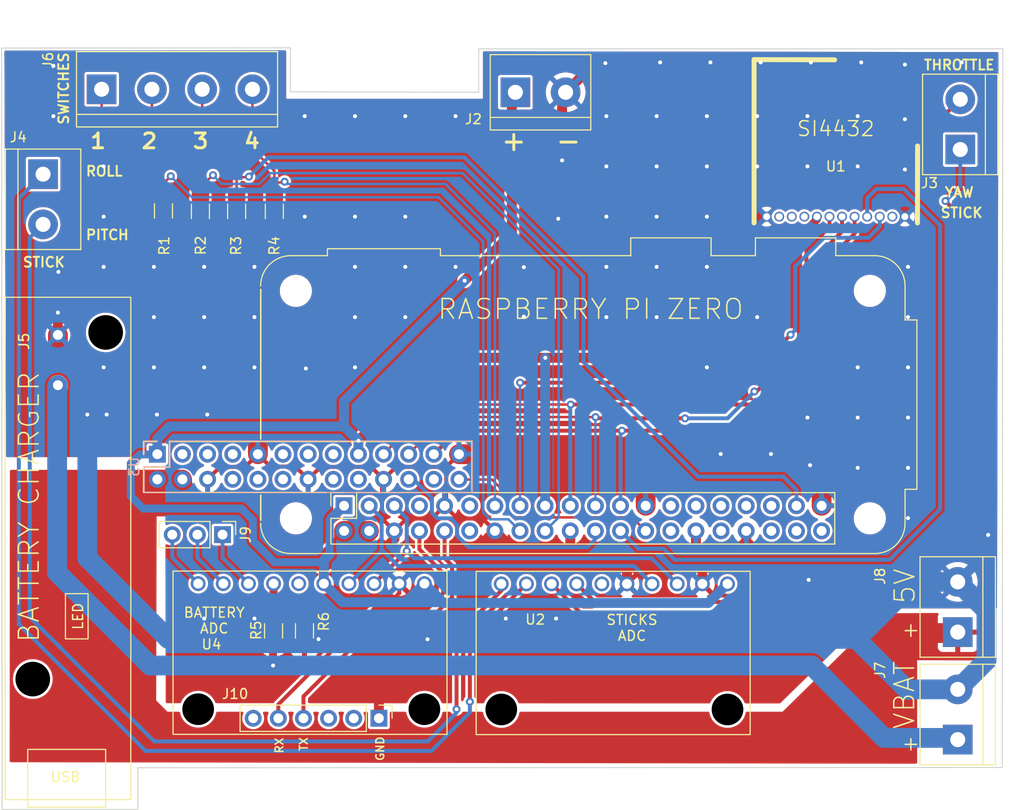
<source format=kicad_pcb>
(kicad_pcb (version 20211014) (generator pcbnew)
  (layers (0 "F.Cu" signal) (31 "B.Cu" signal) (34 "B.Paste" user) (35 "F.Paste" user) (36 "B.SilkS" user "B.Silkscreen") (37 "F.SilkS" user "F.Silkscreen") (38 "B.Mask" user) (39 "F.Mask" user) (44 "Edge.Cuts" user))
  (net 0 "")
  (net 18 "+3V3")
  (net 19 "+5V")
  (net 20 "GND")
  (net 21 "MOSI")
  (net 22 "MISO")
  (net 23 "SCLK")
  (net 24 "SDA")
  (net 25 "SCL")
  (net 26 "SW_1")
  (net 27 "SW_2")
  (net 28 "SW_3")
  (net 29 "SW_4")
  (net 30 "A0")
  (net 31 "A1")
  (net 32 "A2")
  (net 33 "A3")
  (net 35 "TXD")
  (net 36 "RXD")
  (net 37 "~{RF_IRQ}")
  (net 38 "SCREEN_P6")
  (net 39 "~{RF_CS}")
  (net 40 "~{SCREEN_CS}")
  (net 44 "Net-(R5-Pad1)")
  (net 58 "A1_2")
  (net 59 "A2_2")
  (net 60 "A3_2")
  (net 61 "+BATT")
  (footprint "TerminalBlock:TerminalBlock_bornier-2_P5.08mm" (layer "F.Cu") (at 152.3492 93.5228 90)
    (fp_text reference "J7")
    (fp_text value "CONN_VBAT")
  )
  (footprint "Resistor_SMD:R_1206_3216Metric_Pad1.30x1.75mm_HandSolder" (layer "F.Cu") (at 83.2866 40.1066 -90)
    (fp_text reference "R4")
    (fp_text value "10k")
  )
  (footprint "Resistor_SMD:R_1206_3216Metric_Pad1.30x1.75mm_HandSolder" (layer "F.Cu") (at 86.3346 82.5252 -90)
    (fp_text reference "R6")
    (fp_text value "30k")
  )
  (footprint "remote:BATTERY_CHARGER" (layer "F.Cu") (at 62.1792 75.4634)
    (fp_text reference "J5")
    (fp_text value "BATTERY CONN")
  )
  (footprint "TerminalBlock:TerminalBlock_bornier-2_P5.08mm" (layer "F.Cu") (at 59.9186 36.3474 -90)
    (fp_text reference "J4")
    (fp_text value "STICKS_ROLL_PITCH")
  )
  (footprint "TerminalBlock:TerminalBlock_bornier-2_P5.08mm" (layer "F.Cu") (at 107.6452 28.067)
    (fp_text reference "J2")
    (fp_text value "STICKS_SUPPLY")
  )
  (footprint "remote:ADS1115" (layer "F.Cu") (at 117.5258 84.1248 180)
    (fp_text reference "U2")
    (fp_text value "ADS1115")
  )
  (footprint "Module:Raspberry_Pi_Zero_Socketed_THT_FaceDown_MountingHoles" (layer "F.Cu") (at 90.334 69.8782 90)
    (fp_text reference "J1" hide)
    (fp_text value "Raspberry_Pi_2_3")
  )
  (footprint "Resistor_SMD:R_1206_3216Metric_Pad1.30x1.75mm_HandSolder" (layer "F.Cu") (at 83.2104 82.5252 -90)
    (fp_text reference "R5")
    (fp_text value "10k")
  )
  (footprint "Resistor_SMD:R_1206_3216Metric_Pad1.30x1.75mm_HandSolder" (layer "F.Cu") (at 72.0852 40.0558 -90)
    (fp_text reference "R1")
    (fp_text value "10k")
  )
  (footprint "TerminalBlock:TerminalBlock_bornier-4_P5.08mm" (layer "F.Cu") (at 65.8368 27.7622)
    (fp_text reference "J6")
    (fp_text value "SWITCHES")
  )
  (footprint "quadcopter:SI4432-board" (layer "F.Cu") (at 140.0227 40.64)
    (fp_text reference "U1")
    (fp_text value "SI4432-board")
  )
  (footprint "Resistor_SMD:R_1206_3216Metric_Pad1.30x1.75mm_HandSolder" (layer "F.Cu") (at 79.4766 40.1066 -90)
    (fp_text reference "R3")
    (fp_text value "10k")
  )
  (footprint "TerminalBlock:TerminalBlock_bornier-2_P5.08mm" (layer "F.Cu") (at 152.3492 82.6516 90)
    (fp_text reference "J8")
    (fp_text value "CONN_5V")
  )
  (footprint "Resistor_SMD:R_1206_3216Metric_Pad1.30x1.75mm_HandSolder" (layer "F.Cu") (at 75.819 40.1066 -90)
    (fp_text reference "R2")
    (fp_text value "10k")
  )
  (footprint "TerminalBlock:TerminalBlock_bornier-2_P5.08mm" (layer "F.Cu") (at 152.6032 33.8582 90)
    (fp_text reference "J3")
    (fp_text value "STICKS_THROTTLE_YAW")
  )
  (footprint "remote:ADS1115" (layer "F.Cu") (at 86.8934 84.0994 180)
    (fp_text reference "U4")
    (fp_text value "ADS1115")
  )
  (footprint "Connector_PinHeader_2.54mm:PinHeader_1x03_P2.54mm_Vertical" (layer "F.Cu") (at 78.0542 72.7964 -90)
    (fp_text reference "J9")
    (fp_text value "CONN_ADC2")
  )
  (footprint "Connector_PinHeader_2.54mm:PinHeader_1x06_P2.54mm_Vertical" (layer "F.Cu") (at 93.853 91.3638 -90)
    (fp_text reference "J10")
    (fp_text value "SERIAL_CONSOLE")
  )
  (footprint "Connector_PinHeader_2.54mm:PinHeader_2x13_P2.54mm_Vertical" (layer "B.Cu") (at 71.4652 64.6634 -90)
    (fp_text reference "U3")
    (fp_text value "SCREEN")
  )
  (gr_line (start 70.0786 65.9638) (end 70.0786 68.5292) (layer "F.SilkS") (width 0.15))
  (gr_line (start 103.251 63.373) (end 72.6948 63.373) (layer "F.SilkS") (width 0.15))
  (gr_line (start 70.0786 63.373) (end 71.3994 63.373) (layer "F.SilkS") (width 0.15))
  (gr_line (start 81.915 48.006) (end 81.915 63.119) (layer "F.SilkS") (width 0.15))
  (gr_line (start 81.915 71.3486) (end 81.915 68.8086) (layer "F.SilkS") (width 0.15))
  (gr_line (start 72.6948 63.373) (end 72.6948 65.9638) (layer "F.SilkS") (width 0.15))
  (gr_line (start 103.251 68.2752) (end 103.251 63.373) (layer "F.SilkS") (width 0.15))
  (gr_line (start 70.0786 64.6938) (end 70.0786 63.373) (layer "F.SilkS") (width 0.15))
  (gr_line (start 72.6948 65.9638) (end 70.0786 65.9638) (layer "F.SilkS") (width 0.15))
  (gr_line (start 70.1294 68.5292) (end 88.4936 68.5292) (layer "F.SilkS") (width 0.15))
  (gr_line (start 69.4944 96.3676) (end 156.845 96.3422) (layer "Edge.Cuts") (width 0.1))
  (gr_line (start 156.8958 23.6728) (end 103.9368 23.6728) (layer "Edge.Cuts") (width 0.1))
  (gr_line (start 55.7276 23.5966) (end 84.9122 23.5712) (layer "Edge.Cuts") (width 0.1))
  (gr_line (start 69.4944 100.584) (end 55.7784 100.584) (layer "Edge.Cuts") (width 0.1))
  (gr_line (start 55.7784 100.584) (end 55.7276 23.5966) (layer "Edge.Cuts") (width 0.1))
  (gr_line (start 103.9368 28.067) (end 103.9368 23.6728) (layer "Edge.Cuts") (width 0.1))
  (gr_line (start 69.4944 96.3676) (end 69.4944 100.584) (layer "Edge.Cuts") (width 0.1))
  (gr_line (start 84.9122 28.0162) (end 103.9368 28.067) (layer "Edge.Cuts") (width 0.1))
  (gr_line (start 156.8958 23.6728) (end 156.845 96.3422) (layer "Edge.Cuts") (width 0.1))
  (gr_line (start 84.9122 23.5712) (end 84.9122 28.0162) (layer "Edge.Cuts") (width 0.1))
  (gr_text "BATTERY\nADC" (at 77.216 81.4832) (layer "F.SilkS") (effects (font (size 1 1))))
  (gr_text "STICK" (at 152.75 40.25) (layer "F.SilkS") (effects (font (size 1 1) (thickness 0.2))))
  (gr_text "THROTTLE\n\n\n\n\n\n\n\nYAW" (at 152.5 31.75) (layer "F.SilkS") (effects (font (size 1 1) (thickness 0.2))))
  (gr_text "+" (at 147.5 94 90) (layer "F.SilkS") (effects (font (size 1.5 1.5))))
  (gr_text "+  -" (at 110.25 33.25 180) (layer "F.SilkS") (effects (font (size 2 2) (thickness 0.3)) (justify mirror)))
  (gr_text "RX" (at 83.7946 93.2434 90) (layer "F.SilkS") (effects (font (size 0.8 0.8)) (justify right)))
  (gr_text "TX" (at 86.2584 93.98 90) (layer "F.SilkS") (effects (font (size 0.8 0.8))))
  (gr_text "BATTERY CHARGER" (at 58.5 70 90) (layer "F.SilkS") (effects (font (size 2 2))))
  (gr_text "SWITCHES" (at 62.0014 27.686 90) (layer "F.SilkS") (effects (font (size 1 1) (thickness 0.2))))
  (gr_text "5V" (at 147 78 90) (layer "F.SilkS") (effects (font (size 2 2))))
  (gr_text "STICK" (at 60 45.25) (layer "F.SilkS") (effects (font (size 1 1) (thickness 0.2))))
  (gr_text "VBAT" (at 146.9644 89 90) (layer "F.SilkS") (effects (font (size 2 2))))
  (gr_text "RASPBERRY PI ZERO" (at 115.25 50) (layer "F.SilkS") (effects (font (size 2 2))))
  (gr_text "STICKS\nADC" (at 119.4308 82.2198) (layer "F.SilkS") (effects (font (size 1 1))))
  (gr_text "GND" (at 93.98 94.4372 90) (layer "F.SilkS") (effects (font (size 0.8 0.8))))
  (gr_text "+" (at 147.5 82.5 90) (layer "F.SilkS") (effects (font (size 1.5 1.5))))
  (gr_text "ROLL\n\n\n\nPITCH" (at 64.135 39.2684) (layer "F.SilkS") (effects (font (size 1 1) (thickness 0.2)) (justify left)))
  (gr_text "1   2   3   4" (at 73.25 33) (layer "F.SilkS") (effects (font (size 1.5 1.6) (thickness 0.3))))
  (segment (start 107.2896 42.3418) (end 102.5144 47.117) (width 1) (layer "F.Cu") (net 18))
  (segment (start 110.6678 54.9148) (end 124.127844 54.9148) (width 1) (layer "F.Cu") (net 18))
  (segment (start 138.1177 40.924944) (end 124.127844 54.9148) (width 0.8) (layer "F.Cu") (net 18))
  (segment (start 100.1776 54.9148) (end 91.7852 63.3072) (width 1) (layer "F.Cu") (net 18))
  (segment (start 138.1177 40.64) (end 138.1177 40.924944) (width 0.8) (layer "F.Cu") (net 18))
  (segment (start 110.6678 54.9148) (end 100.1776 54.9148) (width 1) (layer "F.Cu") (net 18))
  (segment (start 107.2896 28.0924) (end 107.2896 42.3418) (width 1) (layer "F.Cu") (net 18))
  (via (at 91.7852 63.3072) (size 0.8) (drill 0.4) (layers "F.Cu" "B.Cu") (net 18))
  (via (at 110.6678 54.9148) (size 0.8) (drill 0.4) (layers "F.Cu" "B.Cu") (net 18))
  (via (at 102.5144 47.117) (size 0.8) (drill 0.4) (layers "F.Cu" "B.Cu") (net 18))
  (segment (start 91.7852 63.3072) (end 90.327 61.849) (width 1) (layer "B.Cu") (net 18))
  (segment (start 96.5708 79.629) (end 100.33 79.629) (width 1) (layer "B.Cu") (net 18))
  (segment (start 83.312 75.5904) (end 88.0872 75.5904) (width 0.8) (layer "B.Cu") (net 18))
  (segment (start 96.5708 79.629) (end 98.4504 77.7494) (width 1) (layer "B.Cu") (net 18))
  (segment (start 99.7204 79.0194) (end 98.0186 79.0194) (width 1) (layer "B.Cu") (net 18))
  (segment (start 88.0872 75.5904) (end 88.8746 74.803) (width 0.8) (layer "B.Cu") (net 18))
  (segment (start 79.9592 70.1548) (end 81.1276 71.3232) (width 0.8) (layer "B.Cu") (net 18))
  (segment (start 88.884489 71.313311) (end 89.1032 71.0946) (width 0.8) (layer "B.Cu") (net 18))
  (segment (start 81.1276 71.3232) (end 81.1276 73.406) (width 0.8) (layer "B.Cu") (net 18))
  (segment (start 100.33 79.629) (end 100.4062 79.7052) (width 1) (layer "B.Cu") (net 18))
  (segment (start 71.4652 63.0786) (end 72.6948 61.849) (width 1) (layer "B.Cu") (net 18))
  (segment (start 72.6948 61.849) (end 90.327 61.849) (width 1) (layer "B.Cu") (net 18))
  (segment (start 88.8746 74.803) (end 88.8746 73.152) (width 0.8) (layer "B.Cu") (net 18))
  (segment (start 88.2904 75.7936) (end 88.0872 75.5904) (width 0.8) (layer "B.Cu") (net 18))
  (segment (start 90.3196 69.8782) (end 89.1032 71.0946) (width 1) (layer "B.Cu") (net 18))
  (segment (start 99.7204 79.0194) (end 98.4504 77.7494) (width 1) (layer "B.Cu") (net 18))
  (segment (start 102.1842 79.7052) (end 100.4062 79.7052) (width 1) (layer "B.Cu") (net 18))
  (segment (start 90.334 69.8782) (end 90.3196 69.8782) (width 0.25) (layer "B.Cu") (net 18))
  (segment (start 102.5144 47.117) (end 90.327 59.3044) (width 1) (layer "B.Cu") (net 18))
  (segment (start 91.7852 64.6634) (end 91.7852 63.3072) (width 1) (layer "B.Cu") (net 18))
  (segment (start 88.8746 73.152) (end 88.884489 73.142111) (width 0.8) (layer "B.Cu") (net 18))
  (segment (start 71.4144 64.6888) (end 69.7026 64.6888) (width 0.8) (layer "B.Cu") (net 18))
  (segment (start 88.2904 77.7494) (end 88.2904 75.3872) (width 1) (layer "B.Cu") (net 18))
  (segment (start 88.2904 75.3872) (end 88.8746 74.803) (width 1) (layer "B.Cu") (net 18))
  (segment (start 70.0278 70.1548) (end 79.9592 70.1548) (width 0.8) (layer "B.Cu") (net 18))
  (segment (start 71.4652 64.6634) (end 71.4652 63.0786) (width 1) (layer "B.Cu") (net 18))
  (segment (start 110.654 69.8782) (end 110.654 54.9286) (width 1) (layer "B.Cu") (net 18))
  (segment (start 88.884489 73.142111) (end 88.884489 71.313311) (width 0.8) (layer "B.Cu") (net 18))
  (segment (start 69.7026 64.6888) (end 68.7832 65.6082) (width 0.8) (layer "B.Cu") (net 18))
  (segment (start 100.4062 79.7052) (end 99.7204 79.0194) (width 1) (layer "B.Cu") (net 18))
  (segment (start 127.1524 79.7052) (end 102.1842 79.7052) (width 1) (layer "B.Cu") (net 18))
  (segment (start 71.4144 64.6888) (end 71.4144 64.658) (width 0.25) (layer "B.Cu") (net 18))
  (segment (start 88.2904 77.7494) (end 90.17 79.629) (width 1) (layer "B.Cu") (net 18))
  (segment (start 68.7832 68.9102) (end 70.0278 70.1548) (width 0.8) (layer "B.Cu") (net 18))
  (segment (start 81.1276 73.406) (end 83.312 75.5904) (width 0.8) (layer "B.Cu") (net 18))
  (segment (start 68.7832 65.6082) (end 68.7832 68.9102) (width 0.8) (layer "B.Cu") (net 18))
  (segment (start 88.2904 77.7494) (end 88.2904 75.7936) (width 0.8) (layer "B.Cu") (net 18))
  (segment (start 90.17 79.629) (end 96.5708 79.629) (width 1) (layer "B.Cu") (net 18))
  (segment (start 98.0186 79.0194) (end 97.9932 78.994) (width 1) (layer "B.Cu") (net 18))
  (segment (start 90.327 59.3044) (end 90.327 61.849) (width 1) (layer "B.Cu") (net 18))
  (segment (start 110.654 54.9286) (end 110.6678 54.9148) (width 1) (layer "B.Cu") (net 18))
  (segment (start 129.0828 77.7748) (end 127.1524 79.7052) (width 1) (layer "B.Cu") (net 18))
  (segment (start 81.0768 73.2282) (end 83.2866 75.438) (width 2) (layer "F.Cu") (net 19))
  (segment (start 73.9902 67.623047) (end 73.9902 68.453) (width 2) (layer "F.Cu") (net 19))
  (segment (start 90.334 73.5214) (end 90.334 72.4182) (width 2) (layer "F.Cu") (net 19))
  (segment (start 152.2508 82.75) (end 152.3492 82.6516) (width 2) (layer "F.Cu") (net 19))
  (segment (start 70.9626 67.2288) (end 71.4144 67.2288) (width 0.25) (layer "F.Cu") (net 19))
  (segment (start 83.2866 75.438) (end 88.4174 75.438) (width 2) (layer "F.Cu") (net 19))
  (segment (start 73.9544 67.2288) (end 73.9544 67.587247) (width 2) (layer "F.Cu") (net 19))
  (segment (start 91.7708 73.5214) (end 92.83328 72.45892) (width 2) (layer "F.Cu") (net 19))
  (segment (start 79.756 69.9516) (end 81.0768 71.2724) (width 2) (layer "F.Cu") (net 19))
  (segment (start 88.4174 75.438) (end 90.334 73.5214) (width 2) (layer "F.Cu") (net 19))
  (segment (start 75.4888 69.9516) (end 76.7842 69.9516) (width 2) (layer "F.Cu") (net 19))
  (segment (start 73.9902 68.453) (end 75.4888 69.9516) (width 2) (layer "F.Cu") (net 19))
  (segment (start 92.83328 72.45892) (end 92.83328 72.4182) (width 2) (layer "F.Cu") (net 19))
  (segment (start 144.6054 82.75) (end 152.2508 82.75) (width 2) (layer "F.Cu") (net 19))
  (segment (start 69.85 69.9516) (end 69.7738 69.8754) (width 2) (layer "F.Cu") (net 19))
  (segment (start 73.9544 67.587247) (end 73.9902 67.623047) (width 2) (layer "F.Cu") (net 19))
  (segment (start 70.1598 67.2288) (end 71.4144 67.2288) (width 2) (layer "F.Cu") (net 19))
  (segment (start 67.8688 71.7804) (end 67.8688 88.392) (width 2) (layer "F.Cu") (net 19))
  (segment (start 67.8688 71.7804) (end 67.8688 69.5198) (width 2) (layer "F.Cu") (net 19))
  (segment (start 132.7658 94.5896) (end 144.6054 82.75) (width 2) (layer "F.Cu") (net 19))
  (segment (start 90.334 73.5214) (end 91.7708 73.5214) (width 2) (layer "F.Cu") (net 19))
  (segment (start 67.8688 69.5198) (end 70.1598 67.2288) (width 2) (layer "F.Cu") (net 19))
  (segment (start 71.1962 68.453) (end 69.7738 69.8754) (width 2) (layer "F.Cu") (net 19))
  (segment (start 76.7842 69.9516) (end 69.85 69.9516) (width 2) (layer "F.Cu") (net 19))
  (segment (start 90.334 72.4182) (end 92.83328 72.4182) (width 2) (layer "F.Cu") (net 19))
  (segment (start 67.8688 88.392) (end 74.0664 94.5896) (width 2) (layer "F.Cu") (net 19))
  (segment (start 73.9902 68.453) (end 71.1962 68.453) (width 2) (layer "F.Cu") (net 19))
  (segment (start 71.4144 67.2288) (end 73.9544 67.2288) (width 2) (layer "F.Cu") (net 19))
  (segment (start 69.7738 69.8754) (end 67.8688 71.7804) (width 2) (layer "F.Cu") (net 19))
  (segment (start 74.0664 94.5896) (end 132.7658 94.5896) (width 2) (layer "F.Cu") (net 19))
  (segment (start 76.7842 69.9516) (end 79.756 69.9516) (width 2) (layer "F.Cu") (net 19))
  (segment (start 92.874 72.4182) (end 90.334 72.4182) (width 0.25) (layer "F.Cu") (net 19))
  (segment (start 81.0768 71.2724) (end 81.0768 73.2282) (width 2) (layer "F.Cu") (net 19))
  (segment (start 86.4743 55.9943) (end 80.6069 61.8617) (width 1) (layer "F.Cu") (net 20))
  (segment (start 95.414 72.4182) (end 96.663511 71.168689) (width 0.4) (layer "F.Cu") (net 20))
  (segment (start 132.4356 25.0444) (end 127.3556 25.0444) (width 1) (layer "F.Cu") (net 20))
  (segment (start 118.9228 76.4794) (end 118.9228 77.7748) (width 1) (layer "F.Cu") (net 20))
  (segment (start 112.395 74.8284) (end 113.2078 74.0156) (width 1) (layer "F.Cu") (net 20))
  (segment (start 93.853 89.154) (end 93.853 90.551) (width 1) (layer "F.Cu") (net 20))
  (segment (start 94.164489 67.364111) (end 94.3252 67.2034) (width 0.4) (layer "F.Cu") (net 20))
  (segment (start 106.595 74.8196) (end 104.8838 73.1084) (width 1) (layer "F.Cu") (net 20))
  (segment (start 94.164489 71.168689) (end 94.164489 67.364111) (width 0.4) (layer "F.Cu") (net 20))
  (segment (start 100.654711 69.717489) (end 100.654711 65.953889) (width 0.4) (layer "F.Cu") (net 20))
  (segment (start 126.1618 75.0062) (end 126.7206 75.0062) (width 1) (layer "F.Cu") (net 20))
  (segment (start 61.468 46.228) (end 61.4172 46.2788) (width 1) (layer "F.Cu") (net 20))
  (segment (start 138.594 66.9682) (end 138.594 69.8782) (width 2) (layer "F.Cu") (net 20))
  (segment (start 66.0902 41.6058) (end 61.468 46.228) (width 1) (layer "F.Cu") (net 20))
  (segment (start 114.0968 74.9046) (end 114.0206 74.8284) (width 1) (layer "F.Cu") (net 20))
  (segment (start 61.4172 53.721) (end 64.389 56.6928) (width 2) (layer "F.Cu") (net 20))
  (segment (start 137.5156 25.0444) (end 132.4356 25.0444) (width 1) (layer "F.Cu") (net 20))
  (segment (start 77.794711 65.953889) (end 80.334711 65.953889) (width 0.4) (layer "F.Cu") (net 20))
  (segment (start 117.348 74.9046) (end 118.9228 76.4794) (width 1) (layer "F.Cu") (net 20))
  (segment (start 103.1748 78.9686) (end 103.1748 76.0476) (width 1) (layer "F.Cu") (net 20))
  (segment (start 95.9104 78.7146) (end 95.9104 77.7494) (width 0.4) (layer "F.Cu") (net 20))
  (segment (start 85.414711 65.912911) (end 86.7052 67.2034) (width 0.4) (layer "F.Cu") (net 20))
  (segment (start 113.2078 74.0156) (end 114.0968 74.9046) (width 1) (layer "F.Cu") (net 20))
  (segment (start 111.9759 40.8559) (end 100.5332 52.2986) (width 1) (layer "F.Cu") (net 20))
  (segment (start 92.1258 76.5302) (end 92.1004 76.5556) (width 0.4) (layer "F.Cu") (net 20))
  (segment (start 136.2964 64.643) (end 137.4267 65.7733) (width 2) (layer "F.Cu") (net 20))
  (segment (start 105.198 74.8196) (end 103.177 74.8196) (width 1) (layer "F.Cu") (net 20))
  (segment (start 120.3452 75.0062) (end 126.1618 75.0062) (width 1) (layer "F.Cu") (net 20))
  (segment (start 87.954711 65.953889) (end 93.075689 65.953889) (width 0.4) (layer "F.Cu") (net 20))
  (segment (start 133.0377 40.64) (end 127 40.64) (width 1) (layer "F.Cu") (net 20))
  (segment (start 114.0968 74.9046) (end 117.348 74.9046) (width 1) (layer "F.Cu") (net 20))
  (segment (start 116.8146 25.0444) (end 116.7384 25.1206) (width 1) (layer "F.Cu") (net 20))
  (segment (start 126.5428 77.7748) (end 126.5428 75.184) (width 1) (layer "F.Cu") (net 20))
  (segment (start 147.193 64.3382) (end 141.224 64.3382) (width 1) (layer "F.Cu") (net 20))
  (segment (start 72.0852 41.6058) (end 75.7682 41.6058) (width 0.25) (layer "F.Cu") (net 20))
  (segment (start 116.84 40.64) (end 112.5474 40.64) (width 1) (layer "F.Cu") (net 20))
  (segment (start 66.3448 60.6552) (end 64.389 60.6552) (width 2) (layer "F.Cu") (net 20))
  (segment (start 133.4008 76.708) (end 134.0612 77.3684) (width 2) (layer "F.Cu") (net 20))
  (segment (start 112.3696 34.9504) (end 112.3696 40.4622) (width 1) (layer "F.Cu") (net 20))
  (segment (start 87.0446 84.0752) (end 87.757 83.3628) (width 0.8) (layer "F.Cu") (net 20))
  (segment (start 86.7052 67.2034) (end 87.954711 65.953889) (width 0.4) (layer "F.Cu") (net 20))
  (segment (start 103.177 74.8196) (end 103.1748 74.8174) (width 1) (layer "F.Cu") (net 20))
  (segment (start 130.1242 75.0062) (end 130.974 74.1564) (width 1) (layer "F.Cu") (net 20))
  (segment (start 92.1004 76.5556) (end 92.1004 79.1972) (width 0.4) (layer "F.Cu") (net 20))
  (segment (start 93.8784 89.1286) (end 93.853 89.154) (width 1) (layer "F.Cu") (net 20))
  (segment (start 137.4267 65.7733) (end 138.6078 66.9544) (width 2) (layer "F.Cu") (net 20))
  (segment (start 147.0077 35.8723) (end 147.0077 30.7923) (width 1) (layer "F.Cu") (net 20))
  (segment (start 100.494 69.8782) (end 100.654711 69.717489) (width 0.4) (layer "F.Cu") (net 20))
  (segment (start 118.9228 77.7748) (end 118.9228 76.4286) (width 1) (layer "F.Cu") (net 20))
  (segment (start 147.0077 30.7923) (end 147.0077 25.2655) (width 1) (layer "F.Cu") (net 20))
  (segment (start 92.2528 79.3496) (end 95.2754 79.3496) (width 0.4) (layer "F.Cu") (net 20))
  (segment (start 112.5474 40.64) (end 112.3696 40.4622) (width 1) (layer "F.Cu") (net 20))
  (segment (start 103.1748 76.0476) (end 103.1748 74.8174) (width 1) (layer "F.Cu") (net 20))
  (segment (start 143.2814 77.3684) (end 148.3868 72.263) (width 1) (layer "F.Cu") (net 20))
  (segment (start 130.974 74.1564) (end 130.974 74.2812) (width 2) (layer "F.Cu") (net 20))
  (segment (start 87.757 83.3628) (end 91.7702 79.3496) (width 0.4) (layer "F.Cu") (net 20))
  (segment (start 100.5332 52.2986) (end 90.17 52.2986) (width 1) (layer "F.Cu") (net 20))
  (segment (start 113.2078 74.0156) (end 113.194 74.0018) (width 1) (layer "F.Cu") (net 20))
  (segment (start 104.6734 74.295) (end 105.198 74.8196) (width 1) (layer "F.Cu") (net 20))
  (segment (start 114.0206 74.8284) (end 112.395 74.8284) (width 1) (layer "F.Cu") (net 20))
  (segment (start 93.8784 89.1286) (end 93.8784 88.265) (width 1) (layer "F.Cu") (net 20))
  (segment (start 125.894 74.7384) (end 126.1618 75.0062) (width 1) (layer "F.Cu") (net 20))
  (segment (start 75.819 41.6566) (end 79.4766 41.6566) (width 0.25) (layer "F.Cu") (net 20))
  (segment (start 130.974 74.2812) (end 133.4008 76.708) (width 2) (layer "F.Cu") (net 20))
  (segment (start 101.9452 64.6634) (end 118.4352 64.6634) (width 2) (layer "F.Cu") (net 20))
  (segment (start 148.3868 65.532) (end 147.193 64.3382) (width 1) (layer "F.Cu") (net 20))
  (segment (start 155.4226 26.9748) (end 153.4922 25.0444) (width 1) (layer "F.Cu") (net 20))
  (segment (start 64.389 60.6552) (end 64.389 56.6928) (width 2) (layer "F.Cu") (net 20))
  (segment (start 95.414 72.4182) (end 95.414 73.2144) (width 1) (layer "F.Cu") (net 20))
  (segment (start 93.075689 65.953889) (end 94.3252 67.2034) (width 0.4) (layer "F.Cu") (net 20))
  (segment (start 76.5048 60.6552) (end 71.4248 60.6552) (width 2) (layer "F.Cu") (net 20))
  (segment (start 100.654711 65.953889) (end 95.574711 65.953889) (width 0.4) (layer "F.Cu") (net 20))
  (segment (start 125.894 72.4182) (end 125.894 74.7384) (width 1) (layer "F.Cu") (net 20))
  (segment (start 126.5428 75.184) (end 126.7206 75.0062) (width 1) (layer "F.Cu") (net 20))
  (segment (start 147.0077 25.2655) (end 146.7866 25.0444) (width 1) (layer "F.Cu") (net 20))
  (segment (start 95.574711 65.953889) (end 94.3252 67.2034) (width 0.4) (layer "F.Cu") (net 20))
  (segment (start 138.6078 66.9544) (end 138.594 66.9682) (width 2) (layer "F.Cu") (net 20))
  (segment (start 130.974 74.1564) (end 130.974 72.4182) (width 1) (layer "F.Cu") (net 20))
  (segment (start 82.874711 65.912911) (end 85.414711 65.912911) (width 0.4) (layer "F.Cu") (net 20))
  (segment (start 141.224 64.3382) (end 138.6078 66.9544) (width 1) (layer "F.Cu") (net 20))
  (segment (start 91.7702 79.3496) (end 92.2528 79.3496) (width 0.4) (layer "F.Cu") (net 20))
  (segment (start 95.414 72.4182) (end 95.414 73.242) (width 1) (layer "F.Cu") (net 20))
  (segment (start 107.9754 74.8196) (end 106.595 74.8196) (width 1) (layer "F.Cu") (net 20))
  (segment (start 142.5956 25.0444) (end 137.5156 25.0444) (width 1) (layer "F.Cu") (net 20))
  (segment (start 61.4172 50.3428) (end 61.4172 52.6034) (width 1) (layer "F.Cu") (net 20))
  (segment (start 120.814 67.0422) (end 120.814 66.7142) (width 2) (layer "F.Cu") (net 20))
  (segment (start 127 40.64) (end 121.92 40.64) (width 1) (layer "F.Cu") (net 20))
  (segment (start 121.92 40.64) (end 116.84 40.64) (width 1) (layer "F.Cu") (net 20))
  (segment (start 137.287 77.3684) (end 143.2814 77.3684) (width 1) (layer "F.Cu") (net 20))
  (segment (start 122.8852 64.643) (end 128.397 64.643) (width 2) (layer "F.Cu") (net 20))
  (segment (start 103.1748 76.0476) (end 104.4028 74.8196) (width 1) (layer "F.Cu") (net 20))
  (segment (start 95.414 73.242) (end 92.1258 76.5302) (width 1) (layer "F.Cu") (net 20))
  (segment (start 61.4172 46.2788) (end 61.4172 50.3428) (width 1) (layer "F.Cu") (net 20))
  (segment (start 127.3556 25.0444) (end 122.2756 25.0444) (width 1) (layer "F.Cu") (net 20))
  (segment (start 90.17 52.2986) (end 86.4743 55.9943) (width 1) (layer "F.Cu") (net 20))
  (segment (start 152.7556 25.0444) (end 146.7866 25.0444) (width 1) (layer "F.Cu") (net 20))
  (segment (start 148.3868 72.263) (end 148.3868 65.532) (width 1) (layer "F.Cu") (net 20))
  (segment (start 79.4766 41.6566) (end 83.2866 41.6566) (width 0.25) (layer "F.Cu") (net 20))
  (segment (start 95.2754 79.3496) (end 95.9104 78.7146) (width 0.4) (layer "F.Cu") (net 20))
  (segment (start 147.0077 40.64) (end 147.0077 35.8723) (width 1) (layer "F.Cu") (net 20))
  (segment (start 101.784489 71.168689) (end 100.494 69.8782) (width 0.4) (layer "F.Cu") (net 20))
  (segment (start 134.0612 77.3684) (end 137.287 77.3684) (width 2) (layer "F.Cu") (net 20))
  (segment (start 99.203511 71.168689) (end 100.494 69.8782) (width 0.4) (layer "F.Cu") (net 20))
  (segment (start 71.4248 60.6552) (end 66.3448 60.6552) (width 2) (layer "F.Cu") (net 20))
  (segment (start 113.194 74.0018) (end 113.194 72.4182) (width 1) (layer "F.Cu") (net 20))
  (segment (start 107.9754 74.8196) (end 107.9754 74.8284) (width 1) (layer "F.Cu") (net 20))
  (segment (start 100.654711 65.953889) (end 101.9452 64.6634) (width 0.4) (layer "F.Cu") (net 20))
  (segment (start 92.1004 79.1972) (end 92.2528 79.3496) (width 0.4) (layer "F.Cu") (net 20))
  (segment (start 116.7384 25.1206) (end 115.6716 25.1206) (width 1) (layer "F.Cu") (net 20))
  (segment (start 120.814 67.0422) (end 120.814 69.8782) (width 2) (layer "F.Cu") (net 20))
  (segment (start 146.7866 25.0444) (end 142.5956 25.0444) (width 1) (layer "F.Cu") (net 20))
  (segment (start 81.6252 64.6634) (end 82.874711 65.912911) (width 0.4) (layer "F.Cu") (net 20))
  (segment (start 96.663511 71.168689) (end 99.203511 71.168689) (width 0.4) (layer "F.Cu") (net 20))
  (segment (start 79.4004 60.6552) (end 76.5048 60.6552) (width 2) (layer "F.Cu") (net 20))
  (segment (start 81.6252 62.88) (end 80.6069 61.8617) (width 2) (layer "F.Cu") (net 20))
  (segment (start 118.4352 64.6634) (end 120.814 67.0422) (width 2) (layer "F.Cu") (net 20))
  (segment (start 118.9228 76.4286) (end 120.3452 75.0062) (width 1) (layer "F.Cu") (net 20))
  (segment (start 112.3696 40.4622) (end 111.9759 40.8559) (width 1) (layer "F.Cu") (net 20))
  (segment (start 104.324489 71.168689) (end 101.784489 71.168689) (width 0.4) (layer "F.Cu") (net 20))
  (segment (start 126.7206 75.0062) (end 130.1242 75.0062) (width 1) (layer "F.Cu") (net 20))
  (segment (start 75.7682 41.6058) (end 75.819 41.6566) (width 0.25) (layer "F.Cu") (net 20))
  (segment (start 80.334711 65.953889) (end 81.6252 64.6634) (width 0.4) (layer "F.Cu") (net 20))
  (segment (start 76.5452 67.2034) (end 77.794711 65.953889) (width 0.4) (layer "F.Cu") (net 20))
  (segment (start 105.574 72.4182) (end 107.9754 74.8196) (width 1) (layer "F.Cu") (net 20))
  (segment (start 80.6069 61.8617) (end 79.4004 60.6552) (width 2) (layer "F.Cu") (net 20))
  (segment (start 128.397 64.643) (end 133.477 64.643) (width 2) (layer "F.Cu") (net 20))
  (segment (start 103.1748 74.8174) (end 104.8838 73.1084) (width 1) (layer "F.Cu") (net 20))
  (segment (start 61.4172 52.6034) (end 61.4172 53.721) (width 2) (layer "F.Cu") (net 20))
  (segment (start 105.574 72.4182) (end 104.324489 71.168689) (width 0.4) (layer "F.Cu") (net 20))
  (segment (start 72.0852 41.6058) (end 66.0902 41.6058) (width 1) (layer "F.Cu") (net 20))
  (segment (start 155.4226 72.8274) (end 155.4226 26.9748) (width 1) (layer "F.Cu") (net 20))
  (segment (start 104.4028 74.8196) (end 105.198 74.8196) (width 1) (layer "F.Cu") (net 20))
  (segment (start 106.595 74.8196) (end 105.198 74.8196) (width 1) (layer "F.Cu") (net 20))
  (segment (start 120.814 66.7142) (end 122.8852 64.643) (width 2) (layer "F.Cu") (net 20))
  (segment (start 122.2756 25.0444) (end 116.8146 25.0444) (width 1) (layer "F.Cu") (net 20))
  (segment (start 107.9754 74.8284) (end 112.395 74.8284) (width 1) (layer "F.Cu") (net 20))
  (segment (start 153.4922 25.0444) (end 152.7556 25.0444) (width 1) (layer "F.Cu") (net 20))
  (segment (start 112.3696 28.0924) (end 112.3696 34.9504) (width 1) (layer "F.Cu") (net 20))
  (segment (start 81.6252 64.6634) (end 81.6252 62.88) (width 2) (layer "F.Cu") (net 20))
  (segment (start 115.6716 25.1206) (end 112.7252 28.067) (width 1) (layer "F.Cu") (net 20))
  (segment (start 95.414 72.4182) (end 94.164489 71.168689) (width 0.4) (layer "F.Cu") (net 20))
  (segment (start 133.477 64.643) (end 136.2964 64.643) (width 2) (layer "F.Cu") (net 20))
  (segment (start 104.8838 73.1084) (end 105.574 72.4182) (width 1) (layer "F.Cu") (net 20))
  (segment (start 93.8784 88.265) (end 103.1748 78.9686) (width 1) (layer "F.Cu") (net 20))
  (via (at 112.3696 34.9504) (size 0.8) (drill 0.4) (layers "F.Cu" "B.Cu") (net 20))
  (via (at 116.7384 25.1206) (size 0.8) (drill 0.4) (layers "F.Cu" "B.Cu") (net 20))
  (via (at 121.92 40.64) (size 0.8) (drill 0.4) (layers "F.Cu" "B.Cu") (net 20))
  (via (at 61.468 46.228) (size 0.8) (drill 0.4) (layers "F.Cu" "B.Cu") (net 20))
  (via (at 127 45.72) (size 0.8) (drill 0.4) (layers "F.Cu" "B.Cu") (net 20))
  (via (at 66.04 45.72) (size 0.8) (drill 0.4) (layers "F.Cu" "B.Cu") (net 20))
  (via (at 71.12 55.88) (size 0.8) (drill 0.4) (layers "F.Cu" "B.Cu") (net 20))
  (via (at 116.84 35.56) (size 0.8) (drill 0.4) (layers "F.Cu" "B.Cu") (net 20))
  (via (at 152.7556 25.0444) (size 0.8) (drill 0.4) (layers "F.Cu" "B.Cu") (net 20))
  (via (at 127 30.48) (size 0.8) (drill 0.4) (layers "F.Cu" "B.Cu") (net 20))
  (via (at 101.6 30.48) (size 0.8) (drill 0.4) (layers "F.Cu" "B.Cu") (net 20))
  (via (at 132.08 50.8) (size 0.8) (drill 0.4) (layers "F.Cu" "B.Cu") (net 20))
  (via (at 142.24 30.48) (size 0.8) (drill 0.4) (layers "F.Cu" "B.Cu") (net 20))
  (via (at 76.2 81.28) (size 0.8) (drill 0.4) (layers "F.Cu" "B.Cu") (net 20))
  (via (at 96.52 50.8) (size 0.8) (drill 0.4) (layers "F.Cu" "B.Cu") (net 20))
  (via (at 133.477 64.643) (size 0.8) (drill 0.4) (layers "F.Cu" "B.Cu") (net 20))
  (via (at 142.24 66.04) (size 0.8) (drill 0.4) (layers "F.Cu" "B.Cu") (net 20))
  (via (at 116.84 50.8) (size 0.8) (drill 0.4) (layers "F.Cu" "B.Cu") (net 20))
  (via (at 98.7679 83.3755) (size 0.8) (drill 0.4) (layers "F.Cu" "B.Cu") (net 20))
  (via (at 147.32 66.04) (size 0.8) (drill 0.4) (layers "F.Cu" "B.Cu") (net 20))
  (via (at 108.5 50.75) (size 0.8) (drill 0.4) (layers "F.Cu" "B.Cu") (net 20))
  (via (at 71.12 45.72) (size 0.8) (drill 0.4) (layers "F.Cu" "B.Cu") (net 20))
  (via (at 147.32 55.88) (size 0.8) (drill 0.4) (layers "F.Cu" "B.Cu") (net 20))
  (via (at 87.757 83.3628) (size 0.8) (drill 0.4) (layers "F.Cu" "B.Cu") (net 20))
  (via (at 147.0077 30.7923) (size 0.8) (drill 0.4) (layers "F.Cu" "B.Cu") (net 20))
  (via (at 61.4172 50.3428) (size 0.8) (drill 0.4) (layers "F.Cu" "B.Cu") (net 20))
  (via (at 71.4248 60.6552) (size 0.8) (drill 0.4) (layers "F.Cu" "B.Cu") (net 20))
  (via (at 86.36 30.48) (size 0.8) (drill 0.4) (layers "F.Cu" "B.Cu") (net 20))
  (via (at 116.84 40.64) (size 0.8) (drill 0.4) (layers "F.Cu" "B.Cu") (net 20))
  (via (at 132.08 30.48) (size 0.8) (drill 0.4) (layers "F.Cu" "B.Cu") (net 20))
  (via (at 96.52 30.48) (size 0.8) (drill 0.4) (layers "F.Cu" "B.Cu") (net 20))
  (via (at 137.287 77.3684) (size 0.8) (drill 0.4) (layers "F.Cu" "B.Cu") (net 20))
  (via (at 91.44 45.72) (size 0.8) (drill 0.4) (layers "F.Cu" "B.Cu") (net 20))
  (via (at 147.32 71.12) (size 0.8) (drill 0.4) (layers "F.Cu" "B.Cu") (net 20))
  (via (at 137.5156 25.0444) (size 0.8) (drill 0.4) (layers "F.Cu" "B.Cu") (net 20))
  (via (at 147.0077 35.8723) (size 0.8) (drill 0.4) (layers "F.Cu" "B.Cu") (net 20))
  (via (at 137.16 60.96) (size 0.8) (drill 0.4) (layers "F.Cu" "B.Cu") (net 20))
  (via (at 96.52 45.72) (size 0.8) (drill 0.4) (layers "F.Cu" "B.Cu") (net 20))
  (via (at 122.2756 25.0444) (size 0.8) (drill 0.4) (layers "F.Cu" "B.Cu") (net 20))
  (via (at 147.32 45.72) (size 0.8) (drill 0.4) (layers "F.Cu" "B.Cu") (net 20))
  (via (at 66.3448 60.6552) (size 0.8) (drill 0.4) (layers "F.Cu" "B.Cu") (net 20))
  (via (at 142.5956 25.0444) (size 0.8) (drill 0.4) (layers "F.Cu" "B.Cu") (net 20))
  (via (at 121.92 50.8) (size 0.8) (drill 0.4) (layers "F.Cu" "B.Cu") (net 20))
  (via (at 137.16 30.48) (size 0.8) (drill 0.4) (layers "F.Cu" "B.Cu") (net 20))
  (via (at 142.24 60.96) (size 0.8) (drill 0.4) (layers "F.Cu" "B.Cu") (net 20))
  (via (at 60.96 30.48) (size 0.8) (drill 0.4) (layers "F.Cu" "B.Cu") (net 20))
  (via (at 127 40.64) (size 0.8) (drill 0.4) (layers "F.Cu" "B.Cu") (net 20))
  (via (at 91.44 50.8) (size 0.8) (drill 0.4) (layers "F.Cu" "B.Cu") (net 20))
  (via (at 142.24 55.88) (size 0.8) (drill 0.4) (layers "F.Cu" "B.Cu") (net 20))
  (via (at 81.28 81.28) (size 0.8) (drill 0.4) (layers "F.Cu" "B.Cu") (net 20))
  (via (at 76.2 45.72) (size 0.8) (drill 0.4) (layers "F.Cu" "B.Cu") (net 20))
  (via (at 111.76 81.28) (size 0.8) (drill 0.4) (layers "F.Cu" "B.Cu") (net 20))
  (via (at 81.28 45.72) (size 0.8) (drill 0.4) (layers "F.Cu" "B.Cu") (net 20))
  (via (at 147.32 50.8) (size 0.8) (drill 0.4) (layers "F.Cu" "B.Cu") (net 20))
  (via (at 137.16 35.56) (size 0.8) (drill 0.4) (layers "F.Cu" "B.Cu") (net 20))
  (via (at 60.96 25.4) (size 0.8) (drill 0.4) (layers "F.Cu" "B.Cu") (net 20))
  (via (at 132.4356 25.0444) (size 0.8) (drill 0.4) (layers "F.Cu" "B.Cu") (net 20))
  (via (at 91.44 30.48) (size 0.8) (drill 0.4) (layers "F.Cu" "B.Cu") (net 20))
  (via (at 76.5048 60.6552) (size 0.8) (drill 0.4) (layers "F.Cu" "B.Cu") (net 20))
  (via (at 121.92 35.56) (size 0.8) (drill 0.4) (layers "F.Cu" "B.Cu") (net 20))
  (via (at 147.0077 25.2655) (size 0.8) (drill 0.4) (layers "F.Cu" "B.Cu") (net 20))
  (via (at 86.4743 55.9943) (size 0.8) (drill 0.4) (layers "F.Cu" "B.Cu") (net 20))
  (via (at 127 55.88) (size 0.8) (drill 0.4) (layers "F.Cu" "B.Cu") (net 20))
  (via (at 121.92 30.48) (size 0.8) (drill 0.4) (layers "F.Cu" "B.Cu") (net 20))
  (via (at 137.4267 65.7733) (size 0.8) (drill 0.4) (layers "F.Cu" "B.Cu") (net 20))
  (via (at 127.3556 25.0444) (size 0.8) (drill 0.4) (layers "F.Cu" "B.Cu") (net 20))
  (via (at 91.44 55.88) (size 0.8) (drill 0.4) (layers "F.Cu" "B.Cu") (net 20))
  (via (at 71.12 50.8) (size 0.8) (drill 0.4) (layers "F.Cu" "B.Cu") (net 20))
  (via (at 81.28 55.88) (size 0.8) (drill 0.4) (layers "F.Cu" "B.Cu") (net 20))
  (via (at 64.389 60.6552) (size 0.8) (drill 0.4) (layers "F.Cu" "B.Cu") (net 20))
  (via (at 106.68 81.28) (size 0.8) (drill 0.4) (layers "F.Cu" "B.Cu") (net 20))
  (via (at 132.08 35.56) (size 0.8) (drill 0.4) (layers "F.Cu" "B.Cu") (net 20))
  (via (at 116.84 45.72) (size 0.8) (drill 0.4) (layers "F.Cu" "B.Cu") (net 20))
  (via (at 96.52 40.64) (size 0.8) (drill 0.4) (layers "F.Cu" "B.Cu") (net 20))
  (via (at 66.04 40.64) (size 0.8) (drill 0.4) (layers "F.Cu" "B.Cu") (net 20))
  (via (at 111.9759 40.8559) (size 0.8) (drill 0.4) (layers "F.Cu" "B.Cu") (net 20))
  (via (at 128.397 64.643) (size 0.8) (drill 0.4) (layers "F.Cu" "B.Cu") (net 20))
  (via (at 66.04 55.88) (size 0.8) (drill 0.4) (layers "F.Cu" "B.Cu") (net 20))
  (via (at 81.28 50.8) (size 0.8) (drill 0.4) (layers "F.Cu" "B.Cu") (net 20))
  (via (at 155.4226 72.8274) (size 0.8) (drill 0.4) (layers "F.Cu" "B.Cu") (net 20))
  (via (at 108.5 45.75) (size 0.8) (drill 0.4) (layers "F.Cu" "B.Cu") (net 20))
  (via (at 147.32 60.96) (size 0.8) (drill 0.4) (layers "F.Cu" "B.Cu") (net 20))
  (via (at 86.36 40.64) (size 0.8) (drill 0.4) (layers "F.Cu" "B.Cu") (net 20))
  (via (at 76.2 55.88) (size 0.8) (drill 0.4) (layers "F.Cu" "B.Cu") (net 20))
  (via (at 142.24 35.56) (size 0.8) (drill 0.4) (layers "F.Cu" "B.Cu") (net 20))
  (via (at 116.84 30.48) (size 0.8) (drill 0.4) (layers "F.Cu" "B.Cu") (net 20))
  (via (at 91.44 40.64) (size 0.8) (drill 0.4) (layers "F.Cu" "B.Cu") (net 20))
  (via (at 121.92 45.72) (size 0.8) (drill 0.4) (layers "F.Cu" "B.Cu") (net 20))
  (via (at 127 35.56) (size 0.8) (drill 0.4) (layers "F.Cu" "B.Cu") (net 20))
  (via (at 76.2 50.8) (size 0.8) (drill 0.4) (layers "F.Cu" "B.Cu") (net 20))
  (via (at 101.6 45.72) (size 0.8) (drill 0.4) (layers "F.Cu" "B.Cu") (net 20))
  (via (at 66.04 35.56) (size 0.8) (drill 0.4) (layers "F.Cu" "B.Cu") (net 20))
  (segment (start 72.5678 83.3374) (end 137.033 83.3374) (width 2) (layer "B.Cu") (net 20))
  (segment (start 64.389 60.6552) (end 64.389 75.1586) (width 2) (layer "B.Cu") (net 20))
  (segment (start 147.3072 88.4428) (end 152.3492 88.4428) (width 2) (layer "B.Cu") (net 20))
  (segment (start 137.287 77.3684) (end 137.287 83.0834) (width 2) (layer "B.Cu") (net 20))
  (segment (start 137.033 83.3374) (end 142.0874 83.3374) (width 2) (layer "B.Cu") (net 20))
  (segment (start 148 77.5) (end 148.0716 77.5716) (width 2) (layer "B.Cu") (net 20))
  (segment (start 142.0874 83.3374) (end 147.25 88.5) (width 2) (layer "B.Cu") (net 20))
  (segment (start 142.0874 83.3374) (end 142.1626 83.3374) (width 2) (layer "B.Cu") (net 20))
  (segment (start 155.1708 74.75) (end 155.25 74.75) (width 1) (layer "B.Cu") (net 20))
  (segment (start 155.4226 74.5774) (end 155.4226 72.8274) (width 1) (layer "B.Cu") (net 20))
  (segment (start 64.389 75.1586) (end 72.5678 83.3374) (width 2) (layer "B.Cu") (net 20))
  (segment (start 142.1626 83.3374) (end 148 77.5) (width 2) (layer "B.Cu") (net 20))
  (segment (start 155.25 80.4724) (end 155.25 85.542) (width 2) (layer "B.Cu") (net 20))
  (segment (start 152.3492 77.5716) (end 155.1708 74.75) (width 1) (layer "B.Cu") (net 20))
  (segment (start 152.3492 77.5716) (end 155.25 80.4724) (width 2) (layer "B.Cu") (net 20))
  (segment (start 155.25 85.542) (end 152.3492 88.4428) (width 2) (layer "B.Cu") (net 20))
  (segment (start 155.25 74.75) (end 155.4226 74.5774) (width 1) (layer "B.Cu") (net 20))
  (segment (start 137.287 83.0834) (end 137.033 83.3374) (width 2) (layer "B.Cu") (net 20))
  (segment (start 148.0716 77.5716) (end 152.3492 77.5716) (width 2) (layer "B.Cu") (net 20))
  (segment (start 147.25 88.5) (end 147.3072 88.4428) (width 2) (layer "B.Cu") (net 20))
  (segment (start 138.2522 53.848) (end 132.461 59.6392) (width 0.4) (layer "F.Cu") (net 21))
  (segment (start 132.461 59.6392) (end 113.2332 59.6392) (width 0.4) (layer "F.Cu") (net 21))
  (segment (start 140.6577 42.1461) (end 138.2522 44.5516) (width 0.4) (layer "F.Cu") (net 21))
  (segment (start 138.2522 44.5516) (end 138.2522 53.848) (width 0.4) (layer "F.Cu") (net 21))
  (segment (start 140.6577 40.64) (end 140.6577 42.1461) (width 0.4) (layer "F.Cu") (net 21))
  (segment (start 113.2332 59.6392) (end 99.324 59.6392) (width 0.25) (layer "F.Cu") (net 21))
  (segment (start 99.324 59.6392) (end 94.2744 64.6888) (width 0.25) (layer "F.Cu") (net 21))
  (via (at 113.2332 59.6392) (size 0.8) (drill 0.4) (layers "F.Cu" "B.Cu") (net 21))
  (segment (start 113.194 59.6784) (end 113.2332 59.6392) (width 0.4) (layer "B.Cu") (net 21))
  (segment (start 113.194 69.8782) (end 113.194 59.6784) (width 0.4) (layer "B.Cu") (net 21))
  (segment (start 132.0292 58.3184) (end 131.8006 58.3184) (width 0.4) (layer "F.Cu") (net 22))
  (segment (start 100.594 60.9092) (end 96.8144 64.6888) (width 0.25) (layer "F.Cu") (net 22))
  (segment (start 124.7902 61.0362) (end 115.8748 61.0362) (width 0.4) (layer "F.Cu") (net 22))
  (segment (start 139.3877 40.64) (end 139.3877 41.6889) (width 0.4) (layer "F.Cu") (net 22))
  (segment (start 139.3877 41.6889) (end 137.16 43.9166) (width 0.4) (layer "F.Cu") (net 22))
  (segment (start 115.7478 60.9092) (end 100.594 60.9092) (width 0.25) (layer "F.Cu") (net 22))
  (segment (start 137.0584 53.2892) (end 132.0292 58.3184) (width 0.4) (layer "F.Cu") (net 22))
  (segment (start 137.0584 44.0182) (end 137.0584 53.2892) (width 0.4) (layer "F.Cu") (net 22))
  (segment (start 115.8748 61.0362) (end 115.7478 60.9092) (width 0.4) (layer "F.Cu") (net 22))
  (segment (start 137.16 43.9166) (end 137.0584 44.0182) (width 0.4) (layer "F.Cu") (net 22))
  (via (at 131.8006 58.3184) (size 0.8) (drill 0.4) (layers "F.Cu" "B.Cu") (net 22))
  (via (at 115.7478 60.9092) (size 0.8) (drill 0.4) (layers "F.Cu" "B.Cu") (net 22))
  (via (at 124.7902 61.0362) (size 0.8) (drill 0.4) (layers "F.Cu" "B.Cu") (net 22))
  (segment (start 115.7478 60.9092) (end 115.734 60.923) (width 0.25) (layer "B.Cu") (net 22))
  (segment (start 115.734 60.923) (end 115.734 69.8782) (width 0.25) (layer "B.Cu") (net 22))
  (segment (start 131.8006 58.3184) (end 129.0828 61.0362) (width 0.4) (layer "B.Cu") (net 22))
  (segment (start 129.0828 61.0362) (end 124.7902 61.0362) (width 0.4) (layer "B.Cu") (net 22))
  (segment (start 101.7878 62.2808) (end 99.4052 64.6634) (width 0.4) (layer "F.Cu") (net 23))
  (segment (start 132.334 62.2808) (end 139.446 55.1688) (width 0.4) (layer "F.Cu") (net 23))
  (segment (start 139.446 44.831) (end 141.9352 42.3418) (width 0.4) (layer "F.Cu") (net 23))
  (segment (start 118.4148 62.2808) (end 101.7878 62.2808) (width 0.4) (layer "F.Cu") (net 23))
  (segment (start 141.9352 42.3418) (end 141.9277 42.3343) (width 0.4) (layer "F.Cu") (net 23))
  (segment (start 141.9277 42.3343) (end 141.9277 40.64) (width 0.4) (layer "F.Cu") (net 23))
  (segment (start 139.446 55.1688) (end 139.446 44.831) (width 0.4) (layer "F.Cu") (net 23))
  (segment (start 118.4148 62.2808) (end 132.334 62.2808) (width 0.4) (layer "F.Cu") (net 23))
  (via (at 118.4148 62.2808) (size 0.8) (drill 0.4) (layers "F.Cu" "B.Cu") (net 23))
  (segment (start 118.274 62.4216) (end 118.274 69.8782) (width 0.4) (layer "B.Cu") (net 23))
  (segment (start 118.4148 62.2808) (end 118.274 62.4216) (width 0.4) (layer "B.Cu") (net 23))
  (segment (start 94.164489 74.327089) (end 94.1324 74.295) (width 0.4) (layer "B.Cu") (net 24))
  (segment (start 121.4628 77.7748) (end 119.6594 75.9714) (width 0.4) (layer "B.Cu") (net 24))
  (segment (start 90.8304 77.7494) (end 94.164489 74.415311) (width 0.4) (layer "B.Cu") (net 24))
  (segment (start 119.6594 75.9714) (end 95.8088 75.9714) (width 0.4) (layer "B.Cu") (net 24))
  (segment (start 95.8088 75.9714) (end 94.164489 74.327089) (width 0.4) (layer "B.Cu") (net 24))
  (segment (start 94.1324 74.295) (end 94.1324 71.1366) (width 0.4) (layer "B.Cu") (net 24))
  (segment (start 94.164489 74.415311) (end 94.164489 74.327089) (width 0.4) (layer "B.Cu") (net 24))
  (segment (start 94.1324 71.1366) (end 92.874 69.8782) (width 0.4) (layer "B.Cu") (net 24))
  (segment (start 93.3704 77.7494) (end 96.6724 74.4474) (width 0.4) (layer "F.Cu") (net 25))
  (via (at 96.6724 74.4474) (size 0.8) (drill 0.4) (layers "F.Cu" "B.Cu") (net 25))
  (segment (start 96.6724 74.4474) (end 96.6724 71.1366) (width 0.4) (layer "B.Cu") (net 25))
  (segment (start 96.6724 71.1366) (end 95.414 69.8782) (width 0.4) (layer "B.Cu") (net 25))
  (segment (start 97.409 75.184) (end 121.412 75.184) (width 0.4) (layer "B.Cu") (net 25))
  (segment (start 96.6724 74.4474) (end 97.409 75.184) (width 0.4) (layer "B.Cu") (net 25))
  (segment (start 121.412 75.184) (end 124.0028 77.7748) (width 0.4) (layer "B.Cu") (net 25))
  (segment (start 72.0852 37.2872) (end 72.8218 36.5506) (width 0.25) (layer "F.Cu") (net 26))
  (segment (start 65.8622 30.988) (end 65.8368 30.9626) (width 0.25) (layer "F.Cu") (net 26))
  (segment (start 65.8368 30.9626) (end 65.8368 27.7622) (width 0.25) (layer "F.Cu") (net 26))
  (segment (start 72.0852 38.1254) (end 72.0852 38.5058) (width 0.25) (layer "F.Cu") (net 26))
  (segment (start 65.8622 31.9024) (end 72.0852 38.1254) (width 0.25) (layer "F.Cu") (net 26))
  (segment (start 72.0852 38.5058) (end 72.0852 37.2872) (width 0.25) (layer "F.Cu") (net 26))
  (segment (start 65.8622 30.988) (end 65.8622 31.9024) (width 0.25) (layer "F.Cu") (net 26))
  (via (at 72.8218 36.5506) (size 0.8) (drill 0.4) (layers "F.Cu" "B.Cu") (net 26))
  (segment (start 104.399489 43.185489) (end 104.399489 70.555677) (width 0.25) (layer "B.Cu") (net 26))
  (segment (start 74.9554 38.6842) (end 99.8982 38.6842) (width 0.25) (layer "B.Cu") (net 26))
  (segment (start 106.939489 71.243689) (end 108.114 72.4182) (width 0.25) (layer "B.Cu") (net 26))
  (segment (start 72.8218 36.5506) (end 74.9554 38.6842) (width 0.25) (layer "B.Cu") (net 26))
  (segment (start 104.399489 70.555677) (end 105.087501 71.243689) (width 0.25) (layer "B.Cu") (net 26))
  (segment (start 99.8982 38.6842) (end 104.399489 43.185489) (width 0.25) (layer "B.Cu") (net 26))
  (segment (start 105.087501 71.243689) (end 106.939489 71.243689) (width 0.25) (layer "B.Cu") (net 26))
  (segment (start 75.7936 37.719) (end 77.0636 36.449) (width 0.25) (layer "F.Cu") (net 27))
  (segment (start 75.8698 38.5058) (end 75.819 38.5566) (width 0.25) (layer "F.Cu") (net 27))
  (segment (start 77.0636 36.449) (end 77.089 36.449) (width 0.25) (layer "F.Cu") (net 27))
  (segment (start 70.9168 30.9626) (end 70.9168 27.7622) (width 0.25) (layer "F.Cu") (net 27))
  (segment (start 70.9422 30.988) (end 70.9168 30.9626) (width 0.25) (layer "F.Cu") (net 27))
  (segment (start 70.9422 32.8676) (end 75.7936 37.719) (width 0.25) (layer "F.Cu") (net 27))
  (segment (start 75.8698 37.7952) (end 75.8698 38.5058) (width 0.25) (layer "F.Cu") (net 27))
  (segment (start 70.9422 30.988) (end 70.9422 32.8676) (width 0.25) (layer "F.Cu") (net 27))
  (segment (start 75.7936 37.719) (end 75.8698 37.7952) (width 0.25) (layer "F.Cu") (net 27))
  (via (at 77.089 36.449) (size 0.8) (drill 0.4) (layers "F.Cu" "B.Cu") (net 27))
  (segment (start 102.3112 36.2458) (end 112.019489 45.954089) (width 0.25) (layer "B.Cu") (net 27))
  (segment (start 81.774689 37.325911) (end 82.8548 36.2458) (width 0.25) (layer "B.Cu") (net 27))
  (segment (start 77.965911 37.325911) (end 81.774689 37.325911) (width 0.25) (layer "B.Cu") (net 27))
  (segment (start 112.019489 45.954089) (end 112.019489 71.052711) (width 0.25) (layer "B.Cu") (net 27))
  (segment (start 77.089 36.449) (end 77.965911 37.325911) (width 0.25) (layer "B.Cu") (net 27))
  (segment (start 82.8548 36.2458) (end 102.3112 36.2458) (width 0.25) (layer "B.Cu") (net 27))
  (segment (start 112.019489 71.052711) (end 110.654 72.4182) (width 0.25) (layer "B.Cu") (net 27))
  (segment (start 79.4766 36.6522) (end 80.6704 36.6522) (width 0.25) (layer "F.Cu") (net 28))
  (segment (start 80.6704 36.6522) (end 80.7212 36.6014) (width 0.25) (layer "F.Cu") (net 28))
  (segment (start 76.0222 33.1978) (end 79.4766 36.6522) (width 0.25) (layer "F.Cu") (net 28))
  (segment (start 79.4766 36.6522) (end 79.4766 38.5566) (width 0.25) (layer "F.Cu") (net 28))
  (segment (start 76.0222 30.988) (end 76.0222 33.1978) (width 0.25) (layer "F.Cu") (net 28))
  (segment (start 75.9968 30.9626) (end 75.9968 27.7622) (width 0.25) (layer "F.Cu") (net 28))
  (segment (start 76.0222 30.988) (end 75.9968 30.9626) (width 0.25) (layer "F.Cu") (net 28))
  (via (at 80.7212 36.6014) (size 0.8) (drill 0.4) (layers "F.Cu" "B.Cu") (net 28))
  (segment (start 102.489 34.6456) (end 82.677 34.6456) (width 0.4) (layer "B.Cu") (net 28))
  (segment (start 126.111 66.929) (end 114.5286 55.3466) (width 0.4) (layer "B.Cu") (net 28))
  (segment (start 82.677 34.6456) (end 80.7212 36.6014) (width 0.4) (layer "B.Cu") (net 28))
  (segment (start 136.054 69.8782) (end 136.054 68.2614) (width 0.4) (layer "B.Cu") (net 28))
  (segment (start 114.5286 55.3466) (end 114.5286 46.6852) (width 0.4) (layer "B.Cu") (net 28))
  (segment (start 114.5286 46.6852) (end 102.489 34.6456) (width 0.4) (layer "B.Cu") (net 28))
  (segment (start 134.7216 66.929) (end 126.111 66.929) (width 0.4) (layer "B.Cu") (net 28))
  (segment (start 136.054 68.2614) (end 134.7216 66.929) (width 0.4) (layer "B.Cu") (net 28))
  (segment (start 83.2866 37.1856) (end 83.2866 38.5566) (width 0.25) (layer "F.Cu") (net 29))
  (segment (start 81.1022 33.8328) (end 83.2866 36.0172) (width 0.25) (layer "F.Cu") (net 29))
  (segment (start 81.1022 30.988) (end 81.1022 33.8328) (width 0.25) (layer "F.Cu") (net 29))
  (segment (start 81.1022 30.988) (end 81.0768 30.9626) (width 0.25) (layer "F.Cu") (net 29))
  (segment (start 81.0768 30.9626) (end 81.0768 27.7622) (width 0.25) (layer "F.Cu") (net 29))
  (segment (start 83.2866 37.1856) (end 84.2518 37.1856) (width 0.25) (layer "F.Cu") (net 29))
  (segment (start 83.2866 36.0172) (end 83.2866 37.1856) (width 0.25) (layer "F.Cu") (net 29))
  (via (at 84.328 37.1094) (size 0.8) (drill 0.4) (layers "F.Cu" "B.Cu") (net 29))
  (segment (start 105.574 69.8782) (end 105.574 42.328) (width 0.25) (layer "B.Cu") (net 29))
  (segment (start 105.574 42.328) (end 100.584 37.338) (width 0.25) (layer "B.Cu") (net 29))
  (segment (start 100.584 37.338) (end 84.5566 37.338) (width 0.25) (layer "B.Cu") (net 29))
  (segment (start 84.5566 37.338) (end 84.328 37.1094) (width 0.25) (layer "B.Cu") (net 29))
  (segment (start 113.8428 77.7748) (end 115.6716 79.6036) (width 0.4) (layer "F.Cu") (net 30))
  (segment (start 115.6716 79.6036) (end 143.2306 79.6036) (width 0.4) (layer "F.Cu") (net 30))
  (segment (start 152.1968 64.4906) (end 152.1968 40.1574) (width 0.4) (layer "F.Cu") (net 30))
  (segment (start 143.2306 79.6036) (end 152.1968 70.6374) (width 0.4) (layer "F.Cu") (net 30))
  (segment (start 152.1968 40.1574) (end 151.1046 39.0652) (width 0.4) (layer "F.Cu") (net 30))
  (segment (start 152.1968 70.6374) (end 152.1968 64.4906) (width 0.4) (layer "F.Cu") (net 30))
  (via (at 151.1046 39.0652) (size 0.8) (drill 0.4) (layers "F.Cu" "B.Cu") (net 30))
  (segment (start 151.1046 39.0652) (end 152.6032 37.5666) (width 0.4) (layer "B.Cu") (net 30))
  (segment (start 152.6032 37.5666) (end 152.6032 33.8582) (width 0.4) (layer "B.Cu") (net 30))
  (segment (start 111.3028 77.7748) (end 114.2492 80.7212) (width 0.4) (layer "F.Cu") (net 31))
  (segment (start 150.1394 31.242) (end 152.6032 28.7782) (width 0.4) (layer "F.Cu") (net 31))
  (segment (start 114.2492 80.7212) (end 143.5608 80.7212) (width 0.4) (layer "F.Cu") (net 31))
  (segment (start 153.2382 71.0438) (end 153.2382 39.3192) (width 0.4) (layer "F.Cu") (net 31))
  (segment (start 143.5608 80.7212) (end 153.2382 71.0438) (width 0.4) (layer "F.Cu") (net 31))
  (segment (start 150.1394 36.2204) (end 150.1394 31.242) (width 0.4) (layer "F.Cu") (net 31))
  (segment (start 153.2382 39.3192) (end 150.1394 36.2204) (width 0.4) (layer "F.Cu") (net 31))
  (segment (start 103.0478 89.6874) (end 103.0478 83.4898) (width 0.4) (layer "F.Cu") (net 32))
  (segment (start 103.0478 83.4898) (end 108.7628 77.7748) (width 0.4) (layer "F.Cu") (net 32))
  (via (at 103.0478 89.6874) (size 0.8) (drill 0.4) (layers "F.Cu" "B.Cu") (net 32))
  (segment (start 99.1616 94.6658) (end 70.2818 94.6658) (width 0.4) (layer "B.Cu") (net 32))
  (segment (start 57.4675 81.8515) (end 57.4675 38.7985) (width 0.4) (layer "B.Cu") (net 32))
  (segment (start 70.2818 94.6658) (end 57.4675 81.8515) (width 0.4) (layer "B.Cu") (net 32))
  (segment (start 57.4675 38.7985) (end 59.9186 36.3474) (width 0.4) (layer "B.Cu") (net 32))
  (segment (start 103.0478 89.6874) (end 103.0478 90.7796) (width 0.4) (layer "B.Cu") (net 32))
  (segment (start 103.0478 90.7796) (end 99.1616 94.6658) (width 0.4) (layer "B.Cu") (net 32))
  (segment (start 101.7016 82.9818) (end 101.7016 90.4494) (width 0.4) (layer "F.Cu") (net 33))
  (segment (start 106.2228 77.7748) (end 106.2228 78.4606) (width 0.4) (layer "F.Cu") (net 33))
  (segment (start 106.2228 78.4606) (end 106.1974 78.486) (width 0.4) (layer "F.Cu") (net 33))
  (segment (start 106.1974 78.486) (end 101.7016 82.9818) (width 0.4) (layer "F.Cu") (net 33))
  (via (at 101.7016 90.4494) (size 0.8) (drill 0.4) (layers "F.Cu" "B.Cu") (net 33))
  (segment (start 71.1454 93.7006) (end 58.5724 81.1276) (width 0.4) (layer "B.Cu") (net 33))
  (segment (start 101.7016 90.4494) (end 101.7016 90.805) (width 0.4) (layer "B.Cu") (net 33))
  (segment (start 98.806 93.7006) (end 71.1454 93.7006) (width 0.4) (layer "B.Cu") (net 33))
  (segment (start 58.5724 42.7736) (end 59.9186 41.4274) (width 0.4) (layer "B.Cu") (net 33))
  (segment (start 101.7016 90.805) (end 98.806 93.7006) (width 0.4) (layer "B.Cu") (net 33))
  (segment (start 58.5724 81.1276) (end 58.5724 42.7736) (width 0.4) (layer "B.Cu") (net 33))
  (segment (start 83.693 89.9668) (end 83.693 90.551) (width 0.4) (layer "F.Cu") (net 35))
  (segment (start 97.954 72.4182) (end 97.954 74.2812) (width 0.4) (layer "F.Cu") (net 35))
  (segment (start 100.3554 78.7146) (end 98.7552 80.3148) (width 0.4) (layer "F.Cu") (net 35))
  (segment (start 93.345 80.3148) (end 83.693 89.9668) (width 0.4) (layer "F.Cu") (net 35))
  (segment (start 100.3554 76.6826) (end 100.3554 78.7146) (width 0.4) (layer "F.Cu") (net 35))
  (segment (start 97.954 74.2812) (end 100.3554 76.6826) (width 0.4) (layer "F.Cu") (net 35))
  (segment (start 98.7552 80.3148) (end 93.345 80.3148) (width 0.4) (layer "F.Cu") (net 35))
  (segment (start 89.6874 85.6742) (end 89.6874 85.6996) (width 0.4) (layer "F.Cu") (net 36))
  (segment (start 100.494 72.4182) (end 100.494 75.1702) (width 0.4) (layer "F.Cu") (net 36))
  (segment (start 101.2444 79.121) (end 99.0854 81.28) (width 0.4) (layer "F.Cu") (net 36))
  (segment (start 100.494 75.1702) (end 101.2444 75.9206) (width 0.4) (layer "F.Cu") (net 36))
  (segment (start 101.2444 75.9206) (end 101.2444 79.121) (width 0.4) (layer "F.Cu") (net 36))
  (segment (start 94.0816 81.28) (end 89.6874 85.6742) (width 0.4) (layer "F.Cu") (net 36))
  (segment (start 99.0854 81.28) (end 94.0816 81.28) (width 0.4) (layer "F.Cu") (net 36))
  (segment (start 89.6874 85.6996) (end 86.233 89.154) (width 0.4) (layer "F.Cu") (net 36))
  (segment (start 86.233 89.154) (end 86.233 90.551) (width 0.4) (layer "F.Cu") (net 36))
  (segment (start 130.6068 57.4294) (end 135.4582 52.578) (width 0.4) (layer "F.Cu") (net 37))
  (segment (start 108.1278 57.4294) (end 130.6068 57.4294) (width 0.4) (layer "F.Cu") (net 37))
  (via (at 135.4582 52.578) (size 0.8) (drill 0.4) (layers "F.Cu" "B.Cu") (net 37))
  (via (at 108.1278 57.4294) (size 0.8) (drill 0.4) (layers "F.Cu" "B.Cu") (net 37))
  (segment (start 135.4582 52.578) (end 135.9154 52.1208) (width 0.4) (layer "B.Cu") (net 37))
  (segment (start 138.8364 42.7736) (end 143.3322 42.7736) (width 0.4) (layer "B.Cu") (net 37))
  (segment (start 135.9154 52.1208) (end 135.9154 45.6946) (width 0.4) (layer "B.Cu") (net 37))
  (segment (start 144.4677 41.6381) (end 144.4677 40.64) (width 0.4) (layer "B.Cu") (net 37))
  (segment (start 143.3322 42.7736) (end 144.4677 41.6381) (width 0.4) (layer "B.Cu") (net 37))
  (segment (start 108.114 57.4432) (end 108.114 69.8782) (width 0.25) (layer "B.Cu") (net 37))
  (segment (start 108.1278 57.4294) (end 108.114 57.4432) (width 0.25) (layer "B.Cu") (net 37))
  (segment (start 135.9154 45.6946) (end 138.8364 42.7736) (width 0.4) (layer "B.Cu") (net 37))
  (segment (start 99.2124 70.5866) (end 99.7712 71.1454) (width 0.4) (layer "B.Cu") (net 38))
  (segment (start 114.935 74.0664) (end 115.734 73.2674) (width 0.4) (layer "B.Cu") (net 38))
  (segment (start 96.8652 67.2034) (end 97.3532 67.2034) (width 0.4) (layer "B.Cu") (net 38))
  (segment (start 99.7712 71.1454) (end 101.1174 71.1454) (width 0.4) (layer "B.Cu") (net 38))
  (segment (start 99.2124 69.0626) (end 99.2124 70.5866) (width 0.4) (layer "B.Cu") (net 38))
  (segment (start 102.915124 74.0664) (end 114.935 74.0664) (width 0.4) (layer "B.Cu") (net 38))
  (segment (start 101.1174 71.1454) (end 101.7524 71.7804) (width 0.4) (layer "B.Cu") (net 38))
  (segment (start 101.7524 72.903676) (end 102.915124 74.0664) (width 0.4) (layer "B.Cu") (net 38))
  (segment (start 101.7524 71.7804) (end 101.7524 72.903676) (width 0.4) (layer "B.Cu") (net 38))
  (segment (start 115.734 73.2674) (end 115.734 72.4182) (width 0.4) (layer "B.Cu") (net 38))
  (segment (start 97.3532 67.2034) (end 99.2124 69.0626) (width 0.4) (layer "B.Cu") (net 38))
  (segment (start 144.1196 37.846) (end 143.1977 38.7679) (width 0.4) (layer "B.Cu") (net 39))
  (segment (start 145.4658 75.3364) (end 150.5712 70.231) (width 0.4) (layer "B.Cu") (net 39))
  (segment (start 150.5712 41.529) (end 146.8882 37.846) (width 0.4) (layer "B.Cu") (net 39))
  (segment (start 143.1977 38.7679) (end 143.1977 40.64) (width 0.4) (layer "B.Cu") (net 39))
  (segment (start 122.6312 74.2188) (end 123.7488 75.3364) (width 0.4) (layer "B.Cu") (net 39))
  (segment (start 123.7488 75.3364) (end 145.4658 75.3364) (width 0.4) (layer "B.Cu") (net 39))
  (segment (start 146.8882 37.846) (end 144.1196 37.846) (width 0.4) (layer "B.Cu") (net 39))
  (segment (start 150.5712 70.231) (end 150.5712 41.529) (width 0.4) (layer "B.Cu") (net 39))
  (segment (start 118.274 72.4182) (end 120.0746 74.2188) (width 0.4) (layer "B.Cu") (net 39))
  (segment (start 120.0746 74.2188) (end 122.6312 74.2188) (width 0.4) (layer "B.Cu") (net 39))
  (segment (start 119.448511 71.052711) (end 120.814 72.4182) (width 0.25) (layer "F.Cu") (net 40))
  (segment (start 106.8578 70.473988) (end 107.436523 71.052711) (width 0.25) (layer "F.Cu") (net 40))
  (segment (start 101.8944 67.2288) (end 105.278 67.2288) (width 0.25) (layer "F.Cu") (net 40))
  (segment (start 105.278 67.2288) (end 106.8578 68.8086) (width 0.25) (layer "F.Cu") (net 40))
  (segment (start 106.8578 68.8086) (end 106.8578 70.473988) (width 0.25) (layer "F.Cu") (net 40))
  (segment (start 107.436523 71.052711) (end 119.448511 71.052711) (width 0.25) (layer "F.Cu") (net 40))
  (segment (start 83.2104 80.9752) (end 86.3346 80.9752) (width 0.8) (layer "F.Cu") (net 44))
  (segment (start 83.2104 80.9752) (end 83.2104 77.7494) (width 0.8) (layer "F.Cu") (net 44))
  (segment (start 78.0542 72.7964) (end 78.0542 75.1332) (width 0.4) (layer "B.Cu") (net 58))
  (segment (start 78.0542 75.1332) (end 80.6704 77.7494) (width 0.4) (layer "B.Cu") (net 58))
  (segment (start 75.5142 75.1332) (end 78.1304 77.7494) (width 0.4) (layer "B.Cu") (net 59))
  (segment (start 75.5142 72.7964) (end 75.5142 75.1332) (width 0.4) (layer "B.Cu") (net 59))
  (segment (start 72.9742 75.1332) (end 75.5904 77.7494) (width 0.4) (layer "B.Cu") (net 60))
  (segment (start 72.9742 72.7964) (end 72.9742 75.1332) (width 0.4) (layer "B.Cu") (net 60))
  (segment (start 83.1596 86.0298) (end 83.1596 84.126) (width 0.8) (layer "F.Cu") (net 61))
  (via (at 83.1596 86.0298) (size 0.8) (drill 0.4) (layers "F.Cu" "B.Cu") (net 61))
  (segment (start 61.4172 57.6834) (end 61.341 57.7596) (width 2) (layer "B.Cu") (net 61))
  (segment (start 144.91348 93.35148) (end 152.4508 93.35148) (width 2) (layer "B.Cu") (net 61))
  (segment (start 83.1596 86.0298) (end 137.5918 86.0298) (width 2) (layer "B.Cu") (net 61))
  (segment (start 61.341 57.7596) (end 61.341 76.6318) (width 2) (layer "B.Cu") (net 61))
  (segment (start 137.5918 86.0298) (end 144.91348 93.35148) (width 2) (layer "B.Cu") (net 61))
  (segment (start 61.341 76.6318) (end 70.739 86.0298) (width 2) (layer "B.Cu") (net 61))
  (segment (start 70.739 86.0298) (end 83.1596 86.0298) (width 2) (layer "B.Cu") (net 61))
  (zone (net 20) (net_name "GND") (layers F&B.Cu) (connect_pads (clearance 0.254)) (min_thickness 0.254) (fill yes (thermal_gap 0.508) (thermal_bridge_width 0.508))
    (polygon (pts (xy 84.4804 28.7274) (xy 104.3686 28.7274) (xy 104.3686 23.9268) (xy 156.464 24.003) (xy 156.3116 80.25) (xy 144.25 80.25) (xy 134.3914 89.8652) (xy 72.3138 89.8398) (xy 72.263 64.9224) (xy 56.1848 64.9732) (xy 56.007 23.8506) (xy 84.4804 23.7744)))
  )
  (zone (net 19) (net_name "+5V") (layer "F.Cu") (connect_pads (clearance 0.254)) (min_thickness 0.254) (fill yes (thermal_gap 0.508) (thermal_bridge_width 0.508))
    (polygon (pts (xy 71.3994 69.5198) (xy 71.3486 89.5604) (xy 72.4916 90.7034) (xy 134.6454 90.7034) (xy 144.75 80.75) (xy 154.828491 80.686477) (xy 154.802 85.521944) (xy 149.145804 85.495234) (xy 148.25 85.5) (xy 148.25 95.9612) (xy 56.5404 95.8088) (xy 56.5658 66.2432) (xy 69.9516 66.2432)))
  )
  (zone (net 20) (net_name "GND") (layer "B.Cu") (connect_pads (clearance 0.254)) (min_thickness 0.254) (fill yes (thermal_gap 0.508) (thermal_bridge_width 0.508))
    (polygon (pts (xy 111.5 47.5) (xy 111.5 68.25) (xy 106.25 68.25) (xy 106.25 42.25)))
  )
)
</source>
